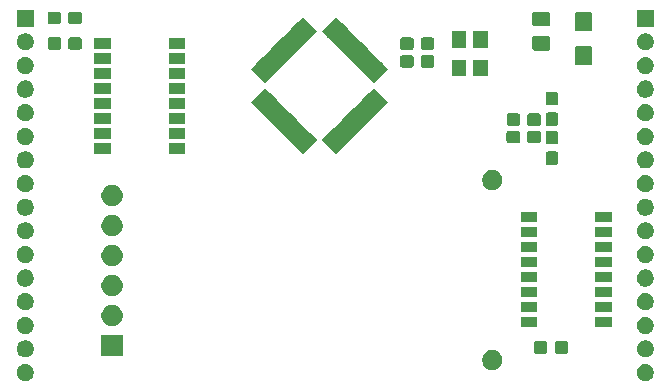
<source format=gbr>
G04 #@! TF.GenerationSoftware,KiCad,Pcbnew,(5.1.6)-1*
G04 #@! TF.CreationDate,2020-11-05T08:21:22+01:00*
G04 #@! TF.ProjectId,repl board,7265706c-2062-46f6-9172-642e6b696361,1.05*
G04 #@! TF.SameCoordinates,PX9bbc2a0PY6b31680*
G04 #@! TF.FileFunction,Soldermask,Top*
G04 #@! TF.FilePolarity,Negative*
%FSLAX46Y46*%
G04 Gerber Fmt 4.6, Leading zero omitted, Abs format (unit mm)*
G04 Created by KiCad (PCBNEW (5.1.6)-1) date 2020-11-05 08:21:22*
%MOMM*%
%LPD*%
G01*
G04 APERTURE LIST*
%ADD10C,0.100000*%
G04 APERTURE END LIST*
D10*
G36*
X54211766Y1798101D02*
G01*
X54343888Y1743374D01*
X54343890Y1743373D01*
X54462798Y1663921D01*
X54563921Y1562798D01*
X54563922Y1562796D01*
X54643374Y1443888D01*
X54698101Y1311766D01*
X54726000Y1171506D01*
X54726000Y1028494D01*
X54698101Y888234D01*
X54643374Y756112D01*
X54643373Y756110D01*
X54563921Y637202D01*
X54462798Y536079D01*
X54343890Y456627D01*
X54343889Y456626D01*
X54343888Y456626D01*
X54211766Y401899D01*
X54071506Y374000D01*
X53928494Y374000D01*
X53788234Y401899D01*
X53656112Y456626D01*
X53656111Y456626D01*
X53656110Y456627D01*
X53537202Y536079D01*
X53436079Y637202D01*
X53356627Y756110D01*
X53356626Y756112D01*
X53301899Y888234D01*
X53274000Y1028494D01*
X53274000Y1171506D01*
X53301899Y1311766D01*
X53356626Y1443888D01*
X53436078Y1562796D01*
X53436079Y1562798D01*
X53537202Y1663921D01*
X53656110Y1743373D01*
X53656112Y1743374D01*
X53788234Y1798101D01*
X53928494Y1826000D01*
X54071506Y1826000D01*
X54211766Y1798101D01*
G37*
G36*
X1711766Y1798101D02*
G01*
X1843888Y1743374D01*
X1843890Y1743373D01*
X1962798Y1663921D01*
X2063921Y1562798D01*
X2063922Y1562796D01*
X2143374Y1443888D01*
X2198101Y1311766D01*
X2226000Y1171506D01*
X2226000Y1028494D01*
X2198101Y888234D01*
X2143374Y756112D01*
X2143373Y756110D01*
X2063921Y637202D01*
X1962798Y536079D01*
X1843890Y456627D01*
X1843889Y456626D01*
X1843888Y456626D01*
X1711766Y401899D01*
X1571506Y374000D01*
X1428494Y374000D01*
X1288234Y401899D01*
X1156112Y456626D01*
X1156111Y456626D01*
X1156110Y456627D01*
X1037202Y536079D01*
X936079Y637202D01*
X856627Y756110D01*
X856626Y756112D01*
X801899Y888234D01*
X774000Y1028494D01*
X774000Y1171506D01*
X801899Y1311766D01*
X856626Y1443888D01*
X936078Y1562796D01*
X936079Y1562798D01*
X1037202Y1663921D01*
X1156110Y1743373D01*
X1156112Y1743374D01*
X1288234Y1798101D01*
X1428494Y1826000D01*
X1571506Y1826000D01*
X1711766Y1798101D01*
G37*
G36*
X41291228Y2982297D02*
G01*
X41446100Y2918147D01*
X41585481Y2825015D01*
X41704015Y2706481D01*
X41797147Y2567100D01*
X41861297Y2412228D01*
X41894000Y2247816D01*
X41894000Y2080184D01*
X41861297Y1915772D01*
X41797147Y1760900D01*
X41704015Y1621519D01*
X41585481Y1502985D01*
X41446100Y1409853D01*
X41291228Y1345703D01*
X41126816Y1313000D01*
X40959184Y1313000D01*
X40794772Y1345703D01*
X40639900Y1409853D01*
X40500519Y1502985D01*
X40381985Y1621519D01*
X40288853Y1760900D01*
X40224703Y1915772D01*
X40192000Y2080184D01*
X40192000Y2247816D01*
X40224703Y2412228D01*
X40288853Y2567100D01*
X40381985Y2706481D01*
X40500519Y2825015D01*
X40639900Y2918147D01*
X40794772Y2982297D01*
X40959184Y3015000D01*
X41126816Y3015000D01*
X41291228Y2982297D01*
G37*
G36*
X54211766Y3798101D02*
G01*
X54325477Y3751000D01*
X54343890Y3743373D01*
X54462798Y3663921D01*
X54563921Y3562798D01*
X54643373Y3443890D01*
X54643374Y3443888D01*
X54698101Y3311766D01*
X54726000Y3171506D01*
X54726000Y3028494D01*
X54698101Y2888234D01*
X54644219Y2758153D01*
X54643373Y2756110D01*
X54563921Y2637202D01*
X54462798Y2536079D01*
X54343890Y2456627D01*
X54343889Y2456626D01*
X54343888Y2456626D01*
X54211766Y2401899D01*
X54071506Y2374000D01*
X53928494Y2374000D01*
X53788234Y2401899D01*
X53656112Y2456626D01*
X53656111Y2456626D01*
X53656110Y2456627D01*
X53537202Y2536079D01*
X53436079Y2637202D01*
X53356627Y2756110D01*
X53355781Y2758153D01*
X53301899Y2888234D01*
X53274000Y3028494D01*
X53274000Y3171506D01*
X53301899Y3311766D01*
X53356626Y3443888D01*
X53356627Y3443890D01*
X53436079Y3562798D01*
X53537202Y3663921D01*
X53656110Y3743373D01*
X53674523Y3751000D01*
X53788234Y3798101D01*
X53928494Y3826000D01*
X54071506Y3826000D01*
X54211766Y3798101D01*
G37*
G36*
X1711766Y3798101D02*
G01*
X1825477Y3751000D01*
X1843890Y3743373D01*
X1962798Y3663921D01*
X2063921Y3562798D01*
X2143373Y3443890D01*
X2143374Y3443888D01*
X2198101Y3311766D01*
X2226000Y3171506D01*
X2226000Y3028494D01*
X2198101Y2888234D01*
X2144219Y2758153D01*
X2143373Y2756110D01*
X2063921Y2637202D01*
X1962798Y2536079D01*
X1843890Y2456627D01*
X1843889Y2456626D01*
X1843888Y2456626D01*
X1711766Y2401899D01*
X1571506Y2374000D01*
X1428494Y2374000D01*
X1288234Y2401899D01*
X1156112Y2456626D01*
X1156111Y2456626D01*
X1156110Y2456627D01*
X1037202Y2536079D01*
X936079Y2637202D01*
X856627Y2756110D01*
X855781Y2758153D01*
X801899Y2888234D01*
X774000Y3028494D01*
X774000Y3171506D01*
X801899Y3311766D01*
X856626Y3443888D01*
X856627Y3443890D01*
X936079Y3562798D01*
X1037202Y3663921D01*
X1156110Y3743373D01*
X1174523Y3751000D01*
X1288234Y3798101D01*
X1428494Y3826000D01*
X1571506Y3826000D01*
X1711766Y3798101D01*
G37*
G36*
X9762200Y2482200D02*
G01*
X7960200Y2482200D01*
X7960200Y4284200D01*
X9762200Y4284200D01*
X9762200Y2482200D01*
G37*
G36*
X45564499Y3746555D02*
G01*
X45601995Y3735180D01*
X45636554Y3716708D01*
X45666847Y3691847D01*
X45691708Y3661554D01*
X45710180Y3626995D01*
X45721555Y3589499D01*
X45726000Y3544362D01*
X45726000Y2905638D01*
X45721555Y2860501D01*
X45710180Y2823005D01*
X45691708Y2788446D01*
X45666847Y2758153D01*
X45636554Y2733292D01*
X45601995Y2714820D01*
X45564499Y2703445D01*
X45519362Y2699000D01*
X44780638Y2699000D01*
X44735501Y2703445D01*
X44698005Y2714820D01*
X44663446Y2733292D01*
X44633153Y2758153D01*
X44608292Y2788446D01*
X44589820Y2823005D01*
X44578445Y2860501D01*
X44574000Y2905638D01*
X44574000Y3544362D01*
X44578445Y3589499D01*
X44589820Y3626995D01*
X44608292Y3661554D01*
X44633153Y3691847D01*
X44663446Y3716708D01*
X44698005Y3735180D01*
X44735501Y3746555D01*
X44780638Y3751000D01*
X45519362Y3751000D01*
X45564499Y3746555D01*
G37*
G36*
X47314499Y3746555D02*
G01*
X47351995Y3735180D01*
X47386554Y3716708D01*
X47416847Y3691847D01*
X47441708Y3661554D01*
X47460180Y3626995D01*
X47471555Y3589499D01*
X47476000Y3544362D01*
X47476000Y2905638D01*
X47471555Y2860501D01*
X47460180Y2823005D01*
X47441708Y2788446D01*
X47416847Y2758153D01*
X47386554Y2733292D01*
X47351995Y2714820D01*
X47314499Y2703445D01*
X47269362Y2699000D01*
X46530638Y2699000D01*
X46485501Y2703445D01*
X46448005Y2714820D01*
X46413446Y2733292D01*
X46383153Y2758153D01*
X46358292Y2788446D01*
X46339820Y2823005D01*
X46328445Y2860501D01*
X46324000Y2905638D01*
X46324000Y3544362D01*
X46328445Y3589499D01*
X46339820Y3626995D01*
X46358292Y3661554D01*
X46383153Y3691847D01*
X46413446Y3716708D01*
X46448005Y3735180D01*
X46485501Y3746555D01*
X46530638Y3751000D01*
X47269362Y3751000D01*
X47314499Y3746555D01*
G37*
G36*
X54211766Y5798101D02*
G01*
X54343888Y5743374D01*
X54343890Y5743373D01*
X54462798Y5663921D01*
X54563921Y5562798D01*
X54608276Y5496416D01*
X54643374Y5443888D01*
X54698101Y5311766D01*
X54726000Y5171506D01*
X54726000Y5028494D01*
X54698101Y4888234D01*
X54643374Y4756112D01*
X54643373Y4756110D01*
X54563921Y4637202D01*
X54462798Y4536079D01*
X54343890Y4456627D01*
X54343889Y4456626D01*
X54343888Y4456626D01*
X54211766Y4401899D01*
X54071506Y4374000D01*
X53928494Y4374000D01*
X53788234Y4401899D01*
X53656112Y4456626D01*
X53656111Y4456626D01*
X53656110Y4456627D01*
X53537202Y4536079D01*
X53436079Y4637202D01*
X53356627Y4756110D01*
X53356626Y4756112D01*
X53301899Y4888234D01*
X53274000Y5028494D01*
X53274000Y5171506D01*
X53301899Y5311766D01*
X53356626Y5443888D01*
X53391724Y5496416D01*
X53436079Y5562798D01*
X53537202Y5663921D01*
X53656110Y5743373D01*
X53656112Y5743374D01*
X53788234Y5798101D01*
X53928494Y5826000D01*
X54071506Y5826000D01*
X54211766Y5798101D01*
G37*
G36*
X1711766Y5798101D02*
G01*
X1843888Y5743374D01*
X1843890Y5743373D01*
X1962798Y5663921D01*
X2063921Y5562798D01*
X2108276Y5496416D01*
X2143374Y5443888D01*
X2198101Y5311766D01*
X2226000Y5171506D01*
X2226000Y5028494D01*
X2198101Y4888234D01*
X2143374Y4756112D01*
X2143373Y4756110D01*
X2063921Y4637202D01*
X1962798Y4536079D01*
X1843890Y4456627D01*
X1843889Y4456626D01*
X1843888Y4456626D01*
X1711766Y4401899D01*
X1571506Y4374000D01*
X1428494Y4374000D01*
X1288234Y4401899D01*
X1156112Y4456626D01*
X1156111Y4456626D01*
X1156110Y4456627D01*
X1037202Y4536079D01*
X936079Y4637202D01*
X856627Y4756110D01*
X856626Y4756112D01*
X801899Y4888234D01*
X774000Y5028494D01*
X774000Y5171506D01*
X801899Y5311766D01*
X856626Y5443888D01*
X891724Y5496416D01*
X936079Y5562798D01*
X1037202Y5663921D01*
X1156110Y5743373D01*
X1156112Y5743374D01*
X1288234Y5798101D01*
X1428494Y5826000D01*
X1571506Y5826000D01*
X1711766Y5798101D01*
G37*
G36*
X44851000Y4924000D02*
G01*
X43449000Y4924000D01*
X43449000Y5826000D01*
X44851000Y5826000D01*
X44851000Y4924000D01*
G37*
G36*
X51151000Y4924000D02*
G01*
X49749000Y4924000D01*
X49749000Y5826000D01*
X51151000Y5826000D01*
X51151000Y4924000D01*
G37*
G36*
X8974712Y6819273D02*
G01*
X9124012Y6789576D01*
X9287984Y6721656D01*
X9435554Y6623053D01*
X9561053Y6497554D01*
X9659656Y6349984D01*
X9727576Y6186012D01*
X9757273Y6036712D01*
X9762200Y6011942D01*
X9762200Y5834458D01*
X9757273Y5809688D01*
X9727576Y5660388D01*
X9659656Y5496416D01*
X9561053Y5348846D01*
X9435554Y5223347D01*
X9287984Y5124744D01*
X9124012Y5056824D01*
X8981589Y5028495D01*
X8949942Y5022200D01*
X8772458Y5022200D01*
X8740811Y5028495D01*
X8598388Y5056824D01*
X8434416Y5124744D01*
X8286846Y5223347D01*
X8161347Y5348846D01*
X8062744Y5496416D01*
X7994824Y5660388D01*
X7965127Y5809688D01*
X7960200Y5834458D01*
X7960200Y6011942D01*
X7965127Y6036712D01*
X7994824Y6186012D01*
X8062744Y6349984D01*
X8161347Y6497554D01*
X8286846Y6623053D01*
X8434416Y6721656D01*
X8598388Y6789576D01*
X8747688Y6819273D01*
X8772458Y6824200D01*
X8949942Y6824200D01*
X8974712Y6819273D01*
G37*
G36*
X44851000Y6204000D02*
G01*
X43449000Y6204000D01*
X43449000Y7106000D01*
X44851000Y7106000D01*
X44851000Y6204000D01*
G37*
G36*
X51151000Y6204000D02*
G01*
X49749000Y6204000D01*
X49749000Y7106000D01*
X51151000Y7106000D01*
X51151000Y6204000D01*
G37*
G36*
X1711766Y7798101D02*
G01*
X1843888Y7743374D01*
X1843890Y7743373D01*
X1962798Y7663921D01*
X2063921Y7562798D01*
X2129936Y7464000D01*
X2143374Y7443888D01*
X2198101Y7311766D01*
X2226000Y7171506D01*
X2226000Y7028494D01*
X2198101Y6888234D01*
X2171577Y6824200D01*
X2143373Y6756110D01*
X2063921Y6637202D01*
X1962798Y6536079D01*
X1843890Y6456627D01*
X1843889Y6456626D01*
X1843888Y6456626D01*
X1711766Y6401899D01*
X1571506Y6374000D01*
X1428494Y6374000D01*
X1288234Y6401899D01*
X1156112Y6456626D01*
X1156111Y6456626D01*
X1156110Y6456627D01*
X1037202Y6536079D01*
X936079Y6637202D01*
X856627Y6756110D01*
X828423Y6824200D01*
X801899Y6888234D01*
X774000Y7028494D01*
X774000Y7171506D01*
X801899Y7311766D01*
X856626Y7443888D01*
X870064Y7464000D01*
X936079Y7562798D01*
X1037202Y7663921D01*
X1156110Y7743373D01*
X1156112Y7743374D01*
X1288234Y7798101D01*
X1428494Y7826000D01*
X1571506Y7826000D01*
X1711766Y7798101D01*
G37*
G36*
X54211766Y7798101D02*
G01*
X54343888Y7743374D01*
X54343890Y7743373D01*
X54462798Y7663921D01*
X54563921Y7562798D01*
X54629936Y7464000D01*
X54643374Y7443888D01*
X54698101Y7311766D01*
X54726000Y7171506D01*
X54726000Y7028494D01*
X54698101Y6888234D01*
X54671577Y6824200D01*
X54643373Y6756110D01*
X54563921Y6637202D01*
X54462798Y6536079D01*
X54343890Y6456627D01*
X54343889Y6456626D01*
X54343888Y6456626D01*
X54211766Y6401899D01*
X54071506Y6374000D01*
X53928494Y6374000D01*
X53788234Y6401899D01*
X53656112Y6456626D01*
X53656111Y6456626D01*
X53656110Y6456627D01*
X53537202Y6536079D01*
X53436079Y6637202D01*
X53356627Y6756110D01*
X53328423Y6824200D01*
X53301899Y6888234D01*
X53274000Y7028494D01*
X53274000Y7171506D01*
X53301899Y7311766D01*
X53356626Y7443888D01*
X53370064Y7464000D01*
X53436079Y7562798D01*
X53537202Y7663921D01*
X53656110Y7743373D01*
X53656112Y7743374D01*
X53788234Y7798101D01*
X53928494Y7826000D01*
X54071506Y7826000D01*
X54211766Y7798101D01*
G37*
G36*
X44851000Y7464000D02*
G01*
X43449000Y7464000D01*
X43449000Y8366000D01*
X44851000Y8366000D01*
X44851000Y7464000D01*
G37*
G36*
X51151000Y7464000D02*
G01*
X49749000Y7464000D01*
X49749000Y8366000D01*
X51151000Y8366000D01*
X51151000Y7464000D01*
G37*
G36*
X8974712Y9359273D02*
G01*
X9124012Y9329576D01*
X9287984Y9261656D01*
X9435554Y9163053D01*
X9561053Y9037554D01*
X9659656Y8889984D01*
X9727576Y8726012D01*
X9757273Y8576712D01*
X9762200Y8551942D01*
X9762200Y8374458D01*
X9757273Y8349688D01*
X9727576Y8200388D01*
X9659656Y8036416D01*
X9561053Y7888846D01*
X9435554Y7763347D01*
X9287984Y7664744D01*
X9124012Y7596824D01*
X8974712Y7567127D01*
X8949942Y7562200D01*
X8772458Y7562200D01*
X8747688Y7567127D01*
X8598388Y7596824D01*
X8434416Y7664744D01*
X8286846Y7763347D01*
X8161347Y7888846D01*
X8062744Y8036416D01*
X7994824Y8200388D01*
X7965127Y8349688D01*
X7960200Y8374458D01*
X7960200Y8551942D01*
X7965127Y8576712D01*
X7994824Y8726012D01*
X8062744Y8889984D01*
X8161347Y9037554D01*
X8286846Y9163053D01*
X8434416Y9261656D01*
X8598388Y9329576D01*
X8747688Y9359273D01*
X8772458Y9364200D01*
X8949942Y9364200D01*
X8974712Y9359273D01*
G37*
G36*
X54211766Y9798101D02*
G01*
X54343888Y9743374D01*
X54343890Y9743373D01*
X54462798Y9663921D01*
X54563921Y9562798D01*
X54563922Y9562796D01*
X54643374Y9443888D01*
X54698101Y9311766D01*
X54726000Y9171506D01*
X54726000Y9028494D01*
X54698101Y8888234D01*
X54643374Y8756112D01*
X54643373Y8756110D01*
X54563921Y8637202D01*
X54462798Y8536079D01*
X54343890Y8456627D01*
X54343889Y8456626D01*
X54343888Y8456626D01*
X54211766Y8401899D01*
X54071506Y8374000D01*
X53928494Y8374000D01*
X53788234Y8401899D01*
X53656112Y8456626D01*
X53656111Y8456626D01*
X53656110Y8456627D01*
X53537202Y8536079D01*
X53436079Y8637202D01*
X53356627Y8756110D01*
X53356626Y8756112D01*
X53301899Y8888234D01*
X53274000Y9028494D01*
X53274000Y9171506D01*
X53301899Y9311766D01*
X53356626Y9443888D01*
X53436078Y9562796D01*
X53436079Y9562798D01*
X53537202Y9663921D01*
X53656110Y9743373D01*
X53656112Y9743374D01*
X53788234Y9798101D01*
X53928494Y9826000D01*
X54071506Y9826000D01*
X54211766Y9798101D01*
G37*
G36*
X1711766Y9798101D02*
G01*
X1843888Y9743374D01*
X1843890Y9743373D01*
X1962798Y9663921D01*
X2063921Y9562798D01*
X2063922Y9562796D01*
X2143374Y9443888D01*
X2198101Y9311766D01*
X2226000Y9171506D01*
X2226000Y9028494D01*
X2198101Y8888234D01*
X2143374Y8756112D01*
X2143373Y8756110D01*
X2063921Y8637202D01*
X1962798Y8536079D01*
X1843890Y8456627D01*
X1843889Y8456626D01*
X1843888Y8456626D01*
X1711766Y8401899D01*
X1571506Y8374000D01*
X1428494Y8374000D01*
X1288234Y8401899D01*
X1156112Y8456626D01*
X1156111Y8456626D01*
X1156110Y8456627D01*
X1037202Y8536079D01*
X936079Y8637202D01*
X856627Y8756110D01*
X856626Y8756112D01*
X801899Y8888234D01*
X774000Y9028494D01*
X774000Y9171506D01*
X801899Y9311766D01*
X856626Y9443888D01*
X936078Y9562796D01*
X936079Y9562798D01*
X1037202Y9663921D01*
X1156110Y9743373D01*
X1156112Y9743374D01*
X1288234Y9798101D01*
X1428494Y9826000D01*
X1571506Y9826000D01*
X1711766Y9798101D01*
G37*
G36*
X51151000Y8734000D02*
G01*
X49749000Y8734000D01*
X49749000Y9636000D01*
X51151000Y9636000D01*
X51151000Y8734000D01*
G37*
G36*
X44851000Y8734000D02*
G01*
X43449000Y8734000D01*
X43449000Y9636000D01*
X44851000Y9636000D01*
X44851000Y8734000D01*
G37*
G36*
X51151000Y10014000D02*
G01*
X49749000Y10014000D01*
X49749000Y10916000D01*
X51151000Y10916000D01*
X51151000Y10014000D01*
G37*
G36*
X44851000Y10014000D02*
G01*
X43449000Y10014000D01*
X43449000Y10916000D01*
X44851000Y10916000D01*
X44851000Y10014000D01*
G37*
G36*
X8974712Y11899273D02*
G01*
X9124012Y11869576D01*
X9287984Y11801656D01*
X9435554Y11703053D01*
X9561053Y11577554D01*
X9659656Y11429984D01*
X9727576Y11266012D01*
X9762200Y11091941D01*
X9762200Y10914459D01*
X9727576Y10740388D01*
X9659656Y10576416D01*
X9561053Y10428846D01*
X9435554Y10303347D01*
X9287984Y10204744D01*
X9124012Y10136824D01*
X8974712Y10107127D01*
X8949942Y10102200D01*
X8772458Y10102200D01*
X8747688Y10107127D01*
X8598388Y10136824D01*
X8434416Y10204744D01*
X8286846Y10303347D01*
X8161347Y10428846D01*
X8062744Y10576416D01*
X7994824Y10740388D01*
X7960200Y10914459D01*
X7960200Y11091941D01*
X7994824Y11266012D01*
X8062744Y11429984D01*
X8161347Y11577554D01*
X8286846Y11703053D01*
X8434416Y11801656D01*
X8598388Y11869576D01*
X8747688Y11899273D01*
X8772458Y11904200D01*
X8949942Y11904200D01*
X8974712Y11899273D01*
G37*
G36*
X1711766Y11798101D02*
G01*
X1843888Y11743374D01*
X1843890Y11743373D01*
X1962798Y11663921D01*
X2063921Y11562798D01*
X2063922Y11562796D01*
X2143374Y11443888D01*
X2198101Y11311766D01*
X2226000Y11171506D01*
X2226000Y11028494D01*
X2198101Y10888234D01*
X2143374Y10756112D01*
X2143373Y10756110D01*
X2063921Y10637202D01*
X1962798Y10536079D01*
X1843890Y10456627D01*
X1843889Y10456626D01*
X1843888Y10456626D01*
X1711766Y10401899D01*
X1571506Y10374000D01*
X1428494Y10374000D01*
X1288234Y10401899D01*
X1156112Y10456626D01*
X1156111Y10456626D01*
X1156110Y10456627D01*
X1037202Y10536079D01*
X936079Y10637202D01*
X856627Y10756110D01*
X856626Y10756112D01*
X801899Y10888234D01*
X774000Y11028494D01*
X774000Y11171506D01*
X801899Y11311766D01*
X856626Y11443888D01*
X936078Y11562796D01*
X936079Y11562798D01*
X1037202Y11663921D01*
X1156110Y11743373D01*
X1156112Y11743374D01*
X1288234Y11798101D01*
X1428494Y11826000D01*
X1571506Y11826000D01*
X1711766Y11798101D01*
G37*
G36*
X54211766Y11798101D02*
G01*
X54343888Y11743374D01*
X54343890Y11743373D01*
X54462798Y11663921D01*
X54563921Y11562798D01*
X54563922Y11562796D01*
X54643374Y11443888D01*
X54698101Y11311766D01*
X54726000Y11171506D01*
X54726000Y11028494D01*
X54698101Y10888234D01*
X54643374Y10756112D01*
X54643373Y10756110D01*
X54563921Y10637202D01*
X54462798Y10536079D01*
X54343890Y10456627D01*
X54343889Y10456626D01*
X54343888Y10456626D01*
X54211766Y10401899D01*
X54071506Y10374000D01*
X53928494Y10374000D01*
X53788234Y10401899D01*
X53656112Y10456626D01*
X53656111Y10456626D01*
X53656110Y10456627D01*
X53537202Y10536079D01*
X53436079Y10637202D01*
X53356627Y10756110D01*
X53356626Y10756112D01*
X53301899Y10888234D01*
X53274000Y11028494D01*
X53274000Y11171506D01*
X53301899Y11311766D01*
X53356626Y11443888D01*
X53436078Y11562796D01*
X53436079Y11562798D01*
X53537202Y11663921D01*
X53656110Y11743373D01*
X53656112Y11743374D01*
X53788234Y11798101D01*
X53928494Y11826000D01*
X54071506Y11826000D01*
X54211766Y11798101D01*
G37*
G36*
X44851000Y11284000D02*
G01*
X43449000Y11284000D01*
X43449000Y12186000D01*
X44851000Y12186000D01*
X44851000Y11284000D01*
G37*
G36*
X51151000Y11284000D02*
G01*
X49749000Y11284000D01*
X49749000Y12186000D01*
X51151000Y12186000D01*
X51151000Y11284000D01*
G37*
G36*
X1711766Y13798101D02*
G01*
X1843888Y13743374D01*
X1843890Y13743373D01*
X1962798Y13663921D01*
X2063921Y13562798D01*
X2141963Y13446000D01*
X2143374Y13443888D01*
X2198101Y13311766D01*
X2226000Y13171506D01*
X2226000Y13028494D01*
X2198101Y12888234D01*
X2143374Y12756112D01*
X2143373Y12756110D01*
X2063921Y12637202D01*
X1962798Y12536079D01*
X1843890Y12456627D01*
X1843889Y12456626D01*
X1843888Y12456626D01*
X1711766Y12401899D01*
X1571506Y12374000D01*
X1428494Y12374000D01*
X1288234Y12401899D01*
X1156112Y12456626D01*
X1156111Y12456626D01*
X1156110Y12456627D01*
X1037202Y12536079D01*
X936079Y12637202D01*
X856627Y12756110D01*
X856626Y12756112D01*
X801899Y12888234D01*
X774000Y13028494D01*
X774000Y13171506D01*
X801899Y13311766D01*
X856626Y13443888D01*
X858037Y13446000D01*
X936079Y13562798D01*
X1037202Y13663921D01*
X1156110Y13743373D01*
X1156112Y13743374D01*
X1288234Y13798101D01*
X1428494Y13826000D01*
X1571506Y13826000D01*
X1711766Y13798101D01*
G37*
G36*
X54211766Y13798101D02*
G01*
X54343888Y13743374D01*
X54343890Y13743373D01*
X54462798Y13663921D01*
X54563921Y13562798D01*
X54641963Y13446000D01*
X54643374Y13443888D01*
X54698101Y13311766D01*
X54726000Y13171506D01*
X54726000Y13028494D01*
X54698101Y12888234D01*
X54643374Y12756112D01*
X54643373Y12756110D01*
X54563921Y12637202D01*
X54462798Y12536079D01*
X54343890Y12456627D01*
X54343889Y12456626D01*
X54343888Y12456626D01*
X54211766Y12401899D01*
X54071506Y12374000D01*
X53928494Y12374000D01*
X53788234Y12401899D01*
X53656112Y12456626D01*
X53656111Y12456626D01*
X53656110Y12456627D01*
X53537202Y12536079D01*
X53436079Y12637202D01*
X53356627Y12756110D01*
X53356626Y12756112D01*
X53301899Y12888234D01*
X53274000Y13028494D01*
X53274000Y13171506D01*
X53301899Y13311766D01*
X53356626Y13443888D01*
X53358037Y13446000D01*
X53436079Y13562798D01*
X53537202Y13663921D01*
X53656110Y13743373D01*
X53656112Y13743374D01*
X53788234Y13798101D01*
X53928494Y13826000D01*
X54071506Y13826000D01*
X54211766Y13798101D01*
G37*
G36*
X51151000Y12544000D02*
G01*
X49749000Y12544000D01*
X49749000Y13446000D01*
X51151000Y13446000D01*
X51151000Y12544000D01*
G37*
G36*
X44851000Y12544000D02*
G01*
X43449000Y12544000D01*
X43449000Y13446000D01*
X44851000Y13446000D01*
X44851000Y12544000D01*
G37*
G36*
X8974712Y14439273D02*
G01*
X9124012Y14409576D01*
X9287984Y14341656D01*
X9435554Y14243053D01*
X9561053Y14117554D01*
X9659656Y13969984D01*
X9727576Y13806012D01*
X9740035Y13743373D01*
X9762200Y13631942D01*
X9762200Y13454458D01*
X9760098Y13443890D01*
X9727576Y13280388D01*
X9659656Y13116416D01*
X9561053Y12968846D01*
X9435554Y12843347D01*
X9287984Y12744744D01*
X9124012Y12676824D01*
X8974712Y12647127D01*
X8949942Y12642200D01*
X8772458Y12642200D01*
X8747688Y12647127D01*
X8598388Y12676824D01*
X8434416Y12744744D01*
X8286846Y12843347D01*
X8161347Y12968846D01*
X8062744Y13116416D01*
X7994824Y13280388D01*
X7962302Y13443890D01*
X7960200Y13454458D01*
X7960200Y13631942D01*
X7982365Y13743373D01*
X7994824Y13806012D01*
X8062744Y13969984D01*
X8161347Y14117554D01*
X8286846Y14243053D01*
X8434416Y14341656D01*
X8598388Y14409576D01*
X8747688Y14439273D01*
X8772458Y14444200D01*
X8949942Y14444200D01*
X8974712Y14439273D01*
G37*
G36*
X44851000Y13824000D02*
G01*
X43449000Y13824000D01*
X43449000Y14726000D01*
X44851000Y14726000D01*
X44851000Y13824000D01*
G37*
G36*
X51151000Y13824000D02*
G01*
X49749000Y13824000D01*
X49749000Y14726000D01*
X51151000Y14726000D01*
X51151000Y13824000D01*
G37*
G36*
X1711766Y15798101D02*
G01*
X1843888Y15743374D01*
X1843890Y15743373D01*
X1962798Y15663921D01*
X2063921Y15562798D01*
X2143373Y15443890D01*
X2143374Y15443888D01*
X2198101Y15311766D01*
X2226000Y15171506D01*
X2226000Y15028494D01*
X2198101Y14888234D01*
X2143374Y14756112D01*
X2143373Y14756110D01*
X2063921Y14637202D01*
X1962798Y14536079D01*
X1843890Y14456627D01*
X1843889Y14456626D01*
X1843888Y14456626D01*
X1711766Y14401899D01*
X1571506Y14374000D01*
X1428494Y14374000D01*
X1288234Y14401899D01*
X1156112Y14456626D01*
X1156111Y14456626D01*
X1156110Y14456627D01*
X1037202Y14536079D01*
X936079Y14637202D01*
X856627Y14756110D01*
X856626Y14756112D01*
X801899Y14888234D01*
X774000Y15028494D01*
X774000Y15171506D01*
X801899Y15311766D01*
X856626Y15443888D01*
X856627Y15443890D01*
X936079Y15562798D01*
X1037202Y15663921D01*
X1156110Y15743373D01*
X1156112Y15743374D01*
X1288234Y15798101D01*
X1428494Y15826000D01*
X1571506Y15826000D01*
X1711766Y15798101D01*
G37*
G36*
X54211766Y15798101D02*
G01*
X54343888Y15743374D01*
X54343890Y15743373D01*
X54462798Y15663921D01*
X54563921Y15562798D01*
X54643373Y15443890D01*
X54643374Y15443888D01*
X54698101Y15311766D01*
X54726000Y15171506D01*
X54726000Y15028494D01*
X54698101Y14888234D01*
X54643374Y14756112D01*
X54643373Y14756110D01*
X54563921Y14637202D01*
X54462798Y14536079D01*
X54343890Y14456627D01*
X54343889Y14456626D01*
X54343888Y14456626D01*
X54211766Y14401899D01*
X54071506Y14374000D01*
X53928494Y14374000D01*
X53788234Y14401899D01*
X53656112Y14456626D01*
X53656111Y14456626D01*
X53656110Y14456627D01*
X53537202Y14536079D01*
X53436079Y14637202D01*
X53356627Y14756110D01*
X53356626Y14756112D01*
X53301899Y14888234D01*
X53274000Y15028494D01*
X53274000Y15171506D01*
X53301899Y15311766D01*
X53356626Y15443888D01*
X53356627Y15443890D01*
X53436079Y15562798D01*
X53537202Y15663921D01*
X53656110Y15743373D01*
X53656112Y15743374D01*
X53788234Y15798101D01*
X53928494Y15826000D01*
X54071506Y15826000D01*
X54211766Y15798101D01*
G37*
G36*
X8974712Y16979273D02*
G01*
X9124012Y16949576D01*
X9287984Y16881656D01*
X9435554Y16783053D01*
X9561053Y16657554D01*
X9659656Y16509984D01*
X9727576Y16346012D01*
X9762200Y16171941D01*
X9762200Y15994459D01*
X9727576Y15820388D01*
X9659656Y15656416D01*
X9561053Y15508846D01*
X9435554Y15383347D01*
X9287984Y15284744D01*
X9124012Y15216824D01*
X8974712Y15187127D01*
X8949942Y15182200D01*
X8772458Y15182200D01*
X8747688Y15187127D01*
X8598388Y15216824D01*
X8434416Y15284744D01*
X8286846Y15383347D01*
X8161347Y15508846D01*
X8062744Y15656416D01*
X7994824Y15820388D01*
X7960200Y15994459D01*
X7960200Y16171941D01*
X7994824Y16346012D01*
X8062744Y16509984D01*
X8161347Y16657554D01*
X8286846Y16783053D01*
X8434416Y16881656D01*
X8598388Y16949576D01*
X8747688Y16979273D01*
X8772458Y16984200D01*
X8949942Y16984200D01*
X8974712Y16979273D01*
G37*
G36*
X1711766Y17798101D02*
G01*
X1843888Y17743374D01*
X1843890Y17743373D01*
X1962798Y17663921D01*
X2063921Y17562798D01*
X2114023Y17487815D01*
X2143374Y17443888D01*
X2198101Y17311766D01*
X2226000Y17171506D01*
X2226000Y17028494D01*
X2198101Y16888234D01*
X2154533Y16783053D01*
X2143373Y16756110D01*
X2063921Y16637202D01*
X1962798Y16536079D01*
X1843890Y16456627D01*
X1843889Y16456626D01*
X1843888Y16456626D01*
X1711766Y16401899D01*
X1571506Y16374000D01*
X1428494Y16374000D01*
X1288234Y16401899D01*
X1156112Y16456626D01*
X1156111Y16456626D01*
X1156110Y16456627D01*
X1037202Y16536079D01*
X936079Y16637202D01*
X856627Y16756110D01*
X845467Y16783053D01*
X801899Y16888234D01*
X774000Y17028494D01*
X774000Y17171506D01*
X801899Y17311766D01*
X856626Y17443888D01*
X885977Y17487815D01*
X936079Y17562798D01*
X1037202Y17663921D01*
X1156110Y17743373D01*
X1156112Y17743374D01*
X1288234Y17798101D01*
X1428494Y17826000D01*
X1571506Y17826000D01*
X1711766Y17798101D01*
G37*
G36*
X54211766Y17798101D02*
G01*
X54343888Y17743374D01*
X54343890Y17743373D01*
X54462798Y17663921D01*
X54563921Y17562798D01*
X54614023Y17487815D01*
X54643374Y17443888D01*
X54698101Y17311766D01*
X54726000Y17171506D01*
X54726000Y17028494D01*
X54698101Y16888234D01*
X54654533Y16783053D01*
X54643373Y16756110D01*
X54563921Y16637202D01*
X54462798Y16536079D01*
X54343890Y16456627D01*
X54343889Y16456626D01*
X54343888Y16456626D01*
X54211766Y16401899D01*
X54071506Y16374000D01*
X53928494Y16374000D01*
X53788234Y16401899D01*
X53656112Y16456626D01*
X53656111Y16456626D01*
X53656110Y16456627D01*
X53537202Y16536079D01*
X53436079Y16637202D01*
X53356627Y16756110D01*
X53345467Y16783053D01*
X53301899Y16888234D01*
X53274000Y17028494D01*
X53274000Y17171506D01*
X53301899Y17311766D01*
X53356626Y17443888D01*
X53385977Y17487815D01*
X53436079Y17562798D01*
X53537202Y17663921D01*
X53656110Y17743373D01*
X53656112Y17743374D01*
X53788234Y17798101D01*
X53928494Y17826000D01*
X54071506Y17826000D01*
X54211766Y17798101D01*
G37*
G36*
X41291228Y18222297D02*
G01*
X41446100Y18158147D01*
X41585481Y18065015D01*
X41704015Y17946481D01*
X41797147Y17807100D01*
X41861297Y17652228D01*
X41894000Y17487816D01*
X41894000Y17320184D01*
X41861297Y17155772D01*
X41797147Y17000900D01*
X41704015Y16861519D01*
X41585481Y16742985D01*
X41446100Y16649853D01*
X41291228Y16585703D01*
X41126816Y16553000D01*
X40959184Y16553000D01*
X40794772Y16585703D01*
X40639900Y16649853D01*
X40500519Y16742985D01*
X40381985Y16861519D01*
X40288853Y17000900D01*
X40224703Y17155772D01*
X40192000Y17320184D01*
X40192000Y17487816D01*
X40224703Y17652228D01*
X40288853Y17807100D01*
X40381985Y17946481D01*
X40500519Y18065015D01*
X40639900Y18158147D01*
X40794772Y18222297D01*
X40959184Y18255000D01*
X41126816Y18255000D01*
X41291228Y18222297D01*
G37*
G36*
X54211766Y19798101D02*
G01*
X54340037Y19744969D01*
X54343890Y19743373D01*
X54462798Y19663921D01*
X54563921Y19562798D01*
X54643373Y19443890D01*
X54643374Y19443888D01*
X54698101Y19311766D01*
X54726000Y19171506D01*
X54726000Y19028494D01*
X54698101Y18888234D01*
X54644755Y18759446D01*
X54643373Y18756110D01*
X54563921Y18637202D01*
X54462798Y18536079D01*
X54343890Y18456627D01*
X54343889Y18456626D01*
X54343888Y18456626D01*
X54211766Y18401899D01*
X54071506Y18374000D01*
X53928494Y18374000D01*
X53788234Y18401899D01*
X53656112Y18456626D01*
X53656111Y18456626D01*
X53656110Y18456627D01*
X53537202Y18536079D01*
X53436079Y18637202D01*
X53356627Y18756110D01*
X53355245Y18759446D01*
X53301899Y18888234D01*
X53274000Y19028494D01*
X53274000Y19171506D01*
X53301899Y19311766D01*
X53356626Y19443888D01*
X53356627Y19443890D01*
X53436079Y19562798D01*
X53537202Y19663921D01*
X53656110Y19743373D01*
X53659963Y19744969D01*
X53788234Y19798101D01*
X53928494Y19826000D01*
X54071506Y19826000D01*
X54211766Y19798101D01*
G37*
G36*
X1711766Y19798101D02*
G01*
X1840037Y19744969D01*
X1843890Y19743373D01*
X1962798Y19663921D01*
X2063921Y19562798D01*
X2143373Y19443890D01*
X2143374Y19443888D01*
X2198101Y19311766D01*
X2226000Y19171506D01*
X2226000Y19028494D01*
X2198101Y18888234D01*
X2144755Y18759446D01*
X2143373Y18756110D01*
X2063921Y18637202D01*
X1962798Y18536079D01*
X1843890Y18456627D01*
X1843889Y18456626D01*
X1843888Y18456626D01*
X1711766Y18401899D01*
X1571506Y18374000D01*
X1428494Y18374000D01*
X1288234Y18401899D01*
X1156112Y18456626D01*
X1156111Y18456626D01*
X1156110Y18456627D01*
X1037202Y18536079D01*
X936079Y18637202D01*
X856627Y18756110D01*
X855245Y18759446D01*
X801899Y18888234D01*
X774000Y19028494D01*
X774000Y19171506D01*
X801899Y19311766D01*
X856626Y19443888D01*
X856627Y19443890D01*
X936079Y19562798D01*
X1037202Y19663921D01*
X1156110Y19743373D01*
X1159963Y19744969D01*
X1288234Y19798101D01*
X1428494Y19826000D01*
X1571506Y19826000D01*
X1711766Y19798101D01*
G37*
G36*
X46459499Y19817555D02*
G01*
X46496995Y19806180D01*
X46531554Y19787708D01*
X46561847Y19762847D01*
X46586708Y19732554D01*
X46605180Y19697995D01*
X46616555Y19660499D01*
X46621000Y19615362D01*
X46621000Y18876638D01*
X46616555Y18831501D01*
X46605180Y18794005D01*
X46586708Y18759446D01*
X46561847Y18729153D01*
X46531554Y18704292D01*
X46496995Y18685820D01*
X46459499Y18674445D01*
X46414362Y18670000D01*
X45775638Y18670000D01*
X45730501Y18674445D01*
X45693005Y18685820D01*
X45658446Y18704292D01*
X45628153Y18729153D01*
X45603292Y18759446D01*
X45584820Y18794005D01*
X45573445Y18831501D01*
X45569000Y18876638D01*
X45569000Y19615362D01*
X45573445Y19660499D01*
X45584820Y19697995D01*
X45603292Y19732554D01*
X45628153Y19762847D01*
X45658446Y19787708D01*
X45693005Y19806180D01*
X45730501Y19817555D01*
X45775638Y19822000D01*
X46414362Y19822000D01*
X46459499Y19817555D01*
G37*
G36*
X32236785Y24008464D02*
G01*
X31775751Y23547430D01*
X31671099Y23442779D01*
X31210065Y22981745D01*
X31105414Y22877093D01*
X28947324Y20719003D01*
X28842672Y20614352D01*
X28381638Y20153318D01*
X28276987Y20048666D01*
X27815953Y19587632D01*
X26612457Y20791128D01*
X27073491Y21252162D01*
X27073492Y21252161D01*
X27089756Y21268425D01*
X27089765Y21268436D01*
X27178143Y21356813D01*
X27178142Y21356814D01*
X27639176Y21817848D01*
X27639177Y21817847D01*
X27727554Y21906225D01*
X27727565Y21906234D01*
X27743829Y21922498D01*
X27743828Y21922499D01*
X28204862Y22383533D01*
X28204863Y22383532D01*
X28293250Y22471920D01*
X28309514Y22488183D01*
X28309513Y22488184D01*
X28770547Y22949218D01*
X28770548Y22949217D01*
X28875200Y23053869D01*
X28875199Y23053870D01*
X29336233Y23514904D01*
X29336234Y23514903D01*
X29424621Y23603291D01*
X29440885Y23619554D01*
X29440884Y23619555D01*
X29901918Y24080589D01*
X29901919Y24080588D01*
X29918183Y24096852D01*
X29918192Y24096863D01*
X30006570Y24185240D01*
X30006569Y24185241D01*
X30467603Y24646275D01*
X30467604Y24646274D01*
X30555981Y24734652D01*
X30555992Y24734661D01*
X30572256Y24750925D01*
X30572255Y24750926D01*
X31033289Y25211960D01*
X32236785Y24008464D01*
G37*
G36*
X22266579Y24750926D02*
G01*
X22266579Y24750925D01*
X22282843Y24734661D01*
X22282849Y24734656D01*
X22371231Y24646274D01*
X22371231Y24646275D01*
X22832265Y24185241D01*
X22832265Y24185240D01*
X22920647Y24096858D01*
X22920652Y24096852D01*
X22936916Y24080588D01*
X22936916Y24080589D01*
X23397950Y23619555D01*
X23397950Y23619554D01*
X23502601Y23514903D01*
X23502601Y23514904D01*
X23963635Y23053870D01*
X23963635Y23053869D01*
X24068287Y22949217D01*
X24068287Y22949218D01*
X24529321Y22488184D01*
X24529321Y22488183D01*
X24633972Y22383532D01*
X24633972Y22383533D01*
X25095006Y21922499D01*
X25095006Y21922498D01*
X25111270Y21906234D01*
X25111276Y21906229D01*
X25199658Y21817847D01*
X25199658Y21817848D01*
X25660692Y21356814D01*
X25660692Y21356813D01*
X25749074Y21268431D01*
X25749079Y21268425D01*
X25765343Y21252161D01*
X25765343Y21252162D01*
X26226377Y20791128D01*
X25022881Y19587632D01*
X24561847Y20048666D01*
X24561848Y20048666D01*
X24473466Y20137048D01*
X24473461Y20137054D01*
X24457197Y20153318D01*
X24457196Y20153318D01*
X23996162Y20614352D01*
X23996163Y20614352D01*
X23979899Y20630616D01*
X23979893Y20630621D01*
X23891511Y20719003D01*
X23891510Y20719003D01*
X23430476Y21180037D01*
X23430477Y21180037D01*
X23325826Y21284688D01*
X23325825Y21284688D01*
X22864791Y21745722D01*
X22864792Y21745722D01*
X22760140Y21850374D01*
X22760139Y21850374D01*
X22299105Y22311408D01*
X22299106Y22311408D01*
X22194455Y22416059D01*
X22194454Y22416059D01*
X21733420Y22877093D01*
X21733421Y22877093D01*
X21645039Y22965475D01*
X21645034Y22965481D01*
X21628770Y22981745D01*
X21628769Y22981745D01*
X21167735Y23442779D01*
X21167736Y23442779D01*
X21151472Y23459043D01*
X21151466Y23459048D01*
X21063084Y23547430D01*
X21063083Y23547430D01*
X20602049Y24008464D01*
X21805545Y25211960D01*
X22266579Y24750926D01*
G37*
G36*
X15049000Y19615000D02*
G01*
X13647000Y19615000D01*
X13647000Y20517000D01*
X15049000Y20517000D01*
X15049000Y19615000D01*
G37*
G36*
X8749000Y19615000D02*
G01*
X7347000Y19615000D01*
X7347000Y20517000D01*
X8749000Y20517000D01*
X8749000Y19615000D01*
G37*
G36*
X54211766Y21798101D02*
G01*
X54338219Y21745722D01*
X54343890Y21743373D01*
X54462798Y21663921D01*
X54563921Y21562798D01*
X54640630Y21447995D01*
X54643374Y21443888D01*
X54698101Y21311766D01*
X54726000Y21171506D01*
X54726000Y21028494D01*
X54698101Y20888234D01*
X54657878Y20791128D01*
X54643373Y20756110D01*
X54563921Y20637202D01*
X54462798Y20536079D01*
X54343890Y20456627D01*
X54343889Y20456626D01*
X54343888Y20456626D01*
X54211766Y20401899D01*
X54071506Y20374000D01*
X53928494Y20374000D01*
X53788234Y20401899D01*
X53656112Y20456626D01*
X53656111Y20456626D01*
X53656110Y20456627D01*
X53537202Y20536079D01*
X53436079Y20637202D01*
X53356627Y20756110D01*
X53342122Y20791128D01*
X53301899Y20888234D01*
X53274000Y21028494D01*
X53274000Y21171506D01*
X53301899Y21311766D01*
X53356626Y21443888D01*
X53359370Y21447995D01*
X53436079Y21562798D01*
X53537202Y21663921D01*
X53656110Y21743373D01*
X53661781Y21745722D01*
X53788234Y21798101D01*
X53928494Y21826000D01*
X54071506Y21826000D01*
X54211766Y21798101D01*
G37*
G36*
X1711766Y21798101D02*
G01*
X1838219Y21745722D01*
X1843890Y21743373D01*
X1962798Y21663921D01*
X2063921Y21562798D01*
X2140630Y21447995D01*
X2143374Y21443888D01*
X2198101Y21311766D01*
X2226000Y21171506D01*
X2226000Y21028494D01*
X2198101Y20888234D01*
X2157878Y20791128D01*
X2143373Y20756110D01*
X2063921Y20637202D01*
X1962798Y20536079D01*
X1843890Y20456627D01*
X1843889Y20456626D01*
X1843888Y20456626D01*
X1711766Y20401899D01*
X1571506Y20374000D01*
X1428494Y20374000D01*
X1288234Y20401899D01*
X1156112Y20456626D01*
X1156111Y20456626D01*
X1156110Y20456627D01*
X1037202Y20536079D01*
X936079Y20637202D01*
X856627Y20756110D01*
X842122Y20791128D01*
X801899Y20888234D01*
X774000Y21028494D01*
X774000Y21171506D01*
X801899Y21311766D01*
X856626Y21443888D01*
X859370Y21447995D01*
X936079Y21562798D01*
X1037202Y21663921D01*
X1156110Y21743373D01*
X1161781Y21745722D01*
X1288234Y21798101D01*
X1428494Y21826000D01*
X1571506Y21826000D01*
X1711766Y21798101D01*
G37*
G36*
X46459499Y21567555D02*
G01*
X46496995Y21556180D01*
X46531554Y21537708D01*
X46561847Y21512847D01*
X46586708Y21482554D01*
X46605180Y21447995D01*
X46616555Y21410499D01*
X46621000Y21365362D01*
X46621000Y20626638D01*
X46616555Y20581501D01*
X46605180Y20544005D01*
X46586708Y20509446D01*
X46561847Y20479153D01*
X46531554Y20454292D01*
X46496995Y20435820D01*
X46459499Y20424445D01*
X46414362Y20420000D01*
X45775638Y20420000D01*
X45730501Y20424445D01*
X45693005Y20435820D01*
X45658446Y20454292D01*
X45628153Y20479153D01*
X45603292Y20509446D01*
X45584820Y20544005D01*
X45573445Y20581501D01*
X45569000Y20626638D01*
X45569000Y21365362D01*
X45573445Y21410499D01*
X45584820Y21447995D01*
X45603292Y21482554D01*
X45628153Y21512847D01*
X45658446Y21537708D01*
X45693005Y21556180D01*
X45730501Y21567555D01*
X45775638Y21572000D01*
X46414362Y21572000D01*
X46459499Y21567555D01*
G37*
G36*
X43244499Y21562555D02*
G01*
X43281995Y21551180D01*
X43316554Y21532708D01*
X43346847Y21507847D01*
X43371708Y21477554D01*
X43390180Y21442995D01*
X43401555Y21405499D01*
X43406000Y21360362D01*
X43406000Y20721638D01*
X43401555Y20676501D01*
X43390180Y20639005D01*
X43371708Y20604446D01*
X43346847Y20574153D01*
X43316554Y20549292D01*
X43281995Y20530820D01*
X43244499Y20519445D01*
X43199362Y20515000D01*
X42460638Y20515000D01*
X42415501Y20519445D01*
X42378005Y20530820D01*
X42343446Y20549292D01*
X42313153Y20574153D01*
X42288292Y20604446D01*
X42269820Y20639005D01*
X42258445Y20676501D01*
X42254000Y20721638D01*
X42254000Y21360362D01*
X42258445Y21405499D01*
X42269820Y21442995D01*
X42288292Y21477554D01*
X42313153Y21507847D01*
X42343446Y21532708D01*
X42378005Y21551180D01*
X42415501Y21562555D01*
X42460638Y21567000D01*
X43199362Y21567000D01*
X43244499Y21562555D01*
G37*
G36*
X44994499Y21562555D02*
G01*
X45031995Y21551180D01*
X45066554Y21532708D01*
X45096847Y21507847D01*
X45121708Y21477554D01*
X45140180Y21442995D01*
X45151555Y21405499D01*
X45156000Y21360362D01*
X45156000Y20721638D01*
X45151555Y20676501D01*
X45140180Y20639005D01*
X45121708Y20604446D01*
X45096847Y20574153D01*
X45066554Y20549292D01*
X45031995Y20530820D01*
X44994499Y20519445D01*
X44949362Y20515000D01*
X44210638Y20515000D01*
X44165501Y20519445D01*
X44128005Y20530820D01*
X44093446Y20549292D01*
X44063153Y20574153D01*
X44038292Y20604446D01*
X44019820Y20639005D01*
X44008445Y20676501D01*
X44004000Y20721638D01*
X44004000Y21360362D01*
X44008445Y21405499D01*
X44019820Y21442995D01*
X44038292Y21477554D01*
X44063153Y21507847D01*
X44093446Y21532708D01*
X44128005Y21551180D01*
X44165501Y21562555D01*
X44210638Y21567000D01*
X44949362Y21567000D01*
X44994499Y21562555D01*
G37*
G36*
X15049000Y20895000D02*
G01*
X13647000Y20895000D01*
X13647000Y21797000D01*
X15049000Y21797000D01*
X15049000Y20895000D01*
G37*
G36*
X8749000Y20895000D02*
G01*
X7347000Y20895000D01*
X7347000Y21797000D01*
X8749000Y21797000D01*
X8749000Y20895000D01*
G37*
G36*
X46459499Y23117555D02*
G01*
X46496995Y23106180D01*
X46531554Y23087708D01*
X46561847Y23062847D01*
X46586708Y23032554D01*
X46605180Y22997995D01*
X46616555Y22960499D01*
X46621000Y22915362D01*
X46621000Y22176638D01*
X46616555Y22131501D01*
X46605180Y22094005D01*
X46586708Y22059446D01*
X46561847Y22029153D01*
X46531554Y22004292D01*
X46496995Y21985820D01*
X46459499Y21974445D01*
X46414362Y21970000D01*
X45775638Y21970000D01*
X45730501Y21974445D01*
X45693005Y21985820D01*
X45658446Y22004292D01*
X45628153Y22029153D01*
X45603292Y22059446D01*
X45584820Y22094005D01*
X45573445Y22131501D01*
X45569000Y22176638D01*
X45569000Y22915362D01*
X45573445Y22960499D01*
X45584820Y22997995D01*
X45603292Y23032554D01*
X45628153Y23062847D01*
X45658446Y23087708D01*
X45693005Y23106180D01*
X45730501Y23117555D01*
X45775638Y23122000D01*
X46414362Y23122000D01*
X46459499Y23117555D01*
G37*
G36*
X44999499Y23032555D02*
G01*
X45036995Y23021180D01*
X45071554Y23002708D01*
X45101847Y22977847D01*
X45126708Y22947554D01*
X45145180Y22912995D01*
X45156555Y22875499D01*
X45161000Y22830362D01*
X45161000Y22191638D01*
X45156555Y22146501D01*
X45145180Y22109005D01*
X45126708Y22074446D01*
X45101847Y22044153D01*
X45071554Y22019292D01*
X45036995Y22000820D01*
X44999499Y21989445D01*
X44954362Y21985000D01*
X44215638Y21985000D01*
X44170501Y21989445D01*
X44133005Y22000820D01*
X44098446Y22019292D01*
X44068153Y22044153D01*
X44043292Y22074446D01*
X44024820Y22109005D01*
X44013445Y22146501D01*
X44009000Y22191638D01*
X44009000Y22830362D01*
X44013445Y22875499D01*
X44024820Y22912995D01*
X44043292Y22947554D01*
X44068153Y22977847D01*
X44098446Y23002708D01*
X44133005Y23021180D01*
X44170501Y23032555D01*
X44215638Y23037000D01*
X44954362Y23037000D01*
X44999499Y23032555D01*
G37*
G36*
X43249499Y23032555D02*
G01*
X43286995Y23021180D01*
X43321554Y23002708D01*
X43351847Y22977847D01*
X43376708Y22947554D01*
X43395180Y22912995D01*
X43406555Y22875499D01*
X43411000Y22830362D01*
X43411000Y22191638D01*
X43406555Y22146501D01*
X43395180Y22109005D01*
X43376708Y22074446D01*
X43351847Y22044153D01*
X43321554Y22019292D01*
X43286995Y22000820D01*
X43249499Y21989445D01*
X43204362Y21985000D01*
X42465638Y21985000D01*
X42420501Y21989445D01*
X42383005Y22000820D01*
X42348446Y22019292D01*
X42318153Y22044153D01*
X42293292Y22074446D01*
X42274820Y22109005D01*
X42263445Y22146501D01*
X42259000Y22191638D01*
X42259000Y22830362D01*
X42263445Y22875499D01*
X42274820Y22912995D01*
X42293292Y22947554D01*
X42318153Y22977847D01*
X42348446Y23002708D01*
X42383005Y23021180D01*
X42420501Y23032555D01*
X42465638Y23037000D01*
X43204362Y23037000D01*
X43249499Y23032555D01*
G37*
G36*
X8749000Y22155000D02*
G01*
X7347000Y22155000D01*
X7347000Y23057000D01*
X8749000Y23057000D01*
X8749000Y22155000D01*
G37*
G36*
X15049000Y22155000D02*
G01*
X13647000Y22155000D01*
X13647000Y23057000D01*
X15049000Y23057000D01*
X15049000Y22155000D01*
G37*
G36*
X1711766Y23798101D02*
G01*
X1843888Y23743374D01*
X1843890Y23743373D01*
X1962798Y23663921D01*
X2063921Y23562798D01*
X2133248Y23459043D01*
X2143374Y23443888D01*
X2198101Y23311766D01*
X2226000Y23171506D01*
X2226000Y23028494D01*
X2198101Y22888234D01*
X2172036Y22825309D01*
X2143373Y22756110D01*
X2063921Y22637202D01*
X1962798Y22536079D01*
X1843890Y22456627D01*
X1843889Y22456626D01*
X1843888Y22456626D01*
X1711766Y22401899D01*
X1571506Y22374000D01*
X1428494Y22374000D01*
X1288234Y22401899D01*
X1156112Y22456626D01*
X1156111Y22456626D01*
X1156110Y22456627D01*
X1037202Y22536079D01*
X936079Y22637202D01*
X856627Y22756110D01*
X827964Y22825309D01*
X801899Y22888234D01*
X774000Y23028494D01*
X774000Y23171506D01*
X801899Y23311766D01*
X856626Y23443888D01*
X866752Y23459043D01*
X936079Y23562798D01*
X1037202Y23663921D01*
X1156110Y23743373D01*
X1156112Y23743374D01*
X1288234Y23798101D01*
X1428494Y23826000D01*
X1571506Y23826000D01*
X1711766Y23798101D01*
G37*
G36*
X54211766Y23798101D02*
G01*
X54343888Y23743374D01*
X54343890Y23743373D01*
X54462798Y23663921D01*
X54563921Y23562798D01*
X54633248Y23459043D01*
X54643374Y23443888D01*
X54698101Y23311766D01*
X54726000Y23171506D01*
X54726000Y23028494D01*
X54698101Y22888234D01*
X54672036Y22825309D01*
X54643373Y22756110D01*
X54563921Y22637202D01*
X54462798Y22536079D01*
X54343890Y22456627D01*
X54343889Y22456626D01*
X54343888Y22456626D01*
X54211766Y22401899D01*
X54071506Y22374000D01*
X53928494Y22374000D01*
X53788234Y22401899D01*
X53656112Y22456626D01*
X53656111Y22456626D01*
X53656110Y22456627D01*
X53537202Y22536079D01*
X53436079Y22637202D01*
X53356627Y22756110D01*
X53327964Y22825309D01*
X53301899Y22888234D01*
X53274000Y23028494D01*
X53274000Y23171506D01*
X53301899Y23311766D01*
X53356626Y23443888D01*
X53366752Y23459043D01*
X53436079Y23562798D01*
X53537202Y23663921D01*
X53656110Y23743373D01*
X53656112Y23743374D01*
X53788234Y23798101D01*
X53928494Y23826000D01*
X54071506Y23826000D01*
X54211766Y23798101D01*
G37*
G36*
X8749000Y23425000D02*
G01*
X7347000Y23425000D01*
X7347000Y24327000D01*
X8749000Y24327000D01*
X8749000Y23425000D01*
G37*
G36*
X15049000Y23425000D02*
G01*
X13647000Y23425000D01*
X13647000Y24327000D01*
X15049000Y24327000D01*
X15049000Y23425000D01*
G37*
G36*
X46459499Y24867555D02*
G01*
X46496995Y24856180D01*
X46531554Y24837708D01*
X46561847Y24812847D01*
X46586708Y24782554D01*
X46605180Y24747995D01*
X46616555Y24710499D01*
X46621000Y24665362D01*
X46621000Y23926638D01*
X46616555Y23881501D01*
X46605180Y23844005D01*
X46586708Y23809446D01*
X46561847Y23779153D01*
X46531554Y23754292D01*
X46496995Y23735820D01*
X46459499Y23724445D01*
X46414362Y23720000D01*
X45775638Y23720000D01*
X45730501Y23724445D01*
X45693005Y23735820D01*
X45658446Y23754292D01*
X45628153Y23779153D01*
X45603292Y23809446D01*
X45584820Y23844005D01*
X45573445Y23881501D01*
X45569000Y23926638D01*
X45569000Y24665362D01*
X45573445Y24710499D01*
X45584820Y24747995D01*
X45603292Y24782554D01*
X45628153Y24812847D01*
X45658446Y24837708D01*
X45693005Y24856180D01*
X45730501Y24867555D01*
X45775638Y24872000D01*
X46414362Y24872000D01*
X46459499Y24867555D01*
G37*
G36*
X54211766Y25798101D02*
G01*
X54343888Y25743374D01*
X54343890Y25743373D01*
X54462798Y25663921D01*
X54563921Y25562798D01*
X54563922Y25562796D01*
X54643374Y25443888D01*
X54698101Y25311766D01*
X54726000Y25171506D01*
X54726000Y25028494D01*
X54698101Y24888234D01*
X54643374Y24756112D01*
X54643373Y24756110D01*
X54563921Y24637202D01*
X54462798Y24536079D01*
X54343890Y24456627D01*
X54343889Y24456626D01*
X54343888Y24456626D01*
X54211766Y24401899D01*
X54071506Y24374000D01*
X53928494Y24374000D01*
X53788234Y24401899D01*
X53656112Y24456626D01*
X53656111Y24456626D01*
X53656110Y24456627D01*
X53537202Y24536079D01*
X53436079Y24637202D01*
X53356627Y24756110D01*
X53356626Y24756112D01*
X53301899Y24888234D01*
X53274000Y25028494D01*
X53274000Y25171506D01*
X53301899Y25311766D01*
X53356626Y25443888D01*
X53436078Y25562796D01*
X53436079Y25562798D01*
X53537202Y25663921D01*
X53656110Y25743373D01*
X53656112Y25743374D01*
X53788234Y25798101D01*
X53928494Y25826000D01*
X54071506Y25826000D01*
X54211766Y25798101D01*
G37*
G36*
X1711766Y25798101D02*
G01*
X1843888Y25743374D01*
X1843890Y25743373D01*
X1962798Y25663921D01*
X2063921Y25562798D01*
X2063922Y25562796D01*
X2143374Y25443888D01*
X2198101Y25311766D01*
X2226000Y25171506D01*
X2226000Y25028494D01*
X2198101Y24888234D01*
X2143374Y24756112D01*
X2143373Y24756110D01*
X2063921Y24637202D01*
X1962798Y24536079D01*
X1843890Y24456627D01*
X1843889Y24456626D01*
X1843888Y24456626D01*
X1711766Y24401899D01*
X1571506Y24374000D01*
X1428494Y24374000D01*
X1288234Y24401899D01*
X1156112Y24456626D01*
X1156111Y24456626D01*
X1156110Y24456627D01*
X1037202Y24536079D01*
X936079Y24637202D01*
X856627Y24756110D01*
X856626Y24756112D01*
X801899Y24888234D01*
X774000Y25028494D01*
X774000Y25171506D01*
X801899Y25311766D01*
X856626Y25443888D01*
X936078Y25562796D01*
X936079Y25562798D01*
X1037202Y25663921D01*
X1156110Y25743373D01*
X1156112Y25743374D01*
X1288234Y25798101D01*
X1428494Y25826000D01*
X1571506Y25826000D01*
X1711766Y25798101D01*
G37*
G36*
X15049000Y24705000D02*
G01*
X13647000Y24705000D01*
X13647000Y25607000D01*
X15049000Y25607000D01*
X15049000Y24705000D01*
G37*
G36*
X8749000Y24705000D02*
G01*
X7347000Y24705000D01*
X7347000Y25607000D01*
X8749000Y25607000D01*
X8749000Y24705000D01*
G37*
G36*
X26226377Y30018872D02*
G01*
X25749079Y29541574D01*
X25660692Y29453186D01*
X25199658Y28992152D01*
X25111270Y28903765D01*
X24633972Y28426467D01*
X24545584Y28338080D01*
X24529321Y28321816D01*
X23502601Y27295096D01*
X23414213Y27206709D01*
X23397950Y27190445D01*
X22920652Y26713147D01*
X22832265Y26624759D01*
X22371231Y26163725D01*
X22282843Y26075338D01*
X21805545Y25598040D01*
X20602049Y26801536D01*
X21063083Y27262570D01*
X21063084Y27262569D01*
X21151461Y27350947D01*
X21151472Y27350956D01*
X21167736Y27367220D01*
X21167735Y27367221D01*
X21628769Y27828255D01*
X21628770Y27828254D01*
X21645034Y27844518D01*
X21645043Y27844529D01*
X21733421Y27932906D01*
X21733420Y27932907D01*
X22194454Y28393941D01*
X22194455Y28393940D01*
X22299106Y28498591D01*
X22299105Y28498592D01*
X22760139Y28959626D01*
X22760140Y28959625D01*
X22864792Y29064277D01*
X22864791Y29064278D01*
X23325825Y29525312D01*
X23325826Y29525311D01*
X23430477Y29629962D01*
X23430476Y29629963D01*
X23891510Y30090997D01*
X23891511Y30090996D01*
X23979888Y30179374D01*
X23979899Y30179383D01*
X23996163Y30195647D01*
X23996162Y30195648D01*
X24457196Y30656682D01*
X24457197Y30656681D01*
X24473461Y30672945D01*
X24473470Y30672956D01*
X24561848Y30761333D01*
X24561847Y30761334D01*
X25022881Y31222368D01*
X26226377Y30018872D01*
G37*
G36*
X28276987Y30761334D02*
G01*
X28276987Y30761333D01*
X28365369Y30672951D01*
X28365374Y30672945D01*
X28381638Y30656681D01*
X28381638Y30656682D01*
X28842672Y30195648D01*
X28842672Y30195647D01*
X28858936Y30179383D01*
X28858942Y30179378D01*
X28947324Y30090996D01*
X28947324Y30090997D01*
X29408358Y29629963D01*
X29408358Y29629962D01*
X29513009Y29525311D01*
X29513009Y29525312D01*
X29974043Y29064278D01*
X29974043Y29064277D01*
X30078695Y28959625D01*
X30078695Y28959626D01*
X30539729Y28498592D01*
X30539729Y28498591D01*
X30644380Y28393940D01*
X30644380Y28393941D01*
X31105414Y27932907D01*
X31105414Y27932906D01*
X31193796Y27844524D01*
X31193801Y27844518D01*
X31210065Y27828254D01*
X31210065Y27828255D01*
X31671099Y27367221D01*
X31671099Y27367220D01*
X31687363Y27350956D01*
X31687369Y27350951D01*
X31775751Y27262569D01*
X31775751Y27262570D01*
X32236785Y26801536D01*
X31033289Y25598040D01*
X30572255Y26059074D01*
X30572256Y26059074D01*
X30555992Y26075338D01*
X30555986Y26075343D01*
X30467604Y26163725D01*
X30467603Y26163725D01*
X30006569Y26624759D01*
X30006570Y26624759D01*
X29918188Y26713141D01*
X29918183Y26713147D01*
X29901919Y26729411D01*
X29901918Y26729411D01*
X29440884Y27190445D01*
X29440885Y27190445D01*
X29336234Y27295096D01*
X29336233Y27295096D01*
X28875199Y27756130D01*
X28875200Y27756130D01*
X28770548Y27860782D01*
X28770547Y27860782D01*
X28309513Y28321816D01*
X28309514Y28321816D01*
X28204863Y28426467D01*
X28204862Y28426467D01*
X27743828Y28887501D01*
X27743829Y28887501D01*
X27727565Y28903765D01*
X27727559Y28903770D01*
X27639177Y28992152D01*
X27639176Y28992152D01*
X27178142Y29453186D01*
X27178143Y29453186D01*
X27089761Y29541568D01*
X27089756Y29541574D01*
X27073492Y29557838D01*
X27073491Y29557838D01*
X26612457Y30018872D01*
X27815953Y31222368D01*
X28276987Y30761334D01*
G37*
G36*
X15049000Y25975000D02*
G01*
X13647000Y25975000D01*
X13647000Y26877000D01*
X15049000Y26877000D01*
X15049000Y25975000D01*
G37*
G36*
X8749000Y25975000D02*
G01*
X7347000Y25975000D01*
X7347000Y26877000D01*
X8749000Y26877000D01*
X8749000Y25975000D01*
G37*
G36*
X38829000Y26171000D02*
G01*
X37627000Y26171000D01*
X37627000Y27573000D01*
X38829000Y27573000D01*
X38829000Y26171000D01*
G37*
G36*
X40649000Y26171000D02*
G01*
X39447000Y26171000D01*
X39447000Y27573000D01*
X40649000Y27573000D01*
X40649000Y26171000D01*
G37*
G36*
X54211766Y27798101D02*
G01*
X54313092Y27756130D01*
X54343890Y27743373D01*
X54462798Y27663921D01*
X54563921Y27562798D01*
X54563922Y27562796D01*
X54643374Y27443888D01*
X54698101Y27311766D01*
X54726000Y27171506D01*
X54726000Y27028494D01*
X54698101Y26888234D01*
X54662189Y26801536D01*
X54643373Y26756110D01*
X54563921Y26637202D01*
X54462798Y26536079D01*
X54343890Y26456627D01*
X54343889Y26456626D01*
X54343888Y26456626D01*
X54211766Y26401899D01*
X54071506Y26374000D01*
X53928494Y26374000D01*
X53788234Y26401899D01*
X53656112Y26456626D01*
X53656111Y26456626D01*
X53656110Y26456627D01*
X53537202Y26536079D01*
X53436079Y26637202D01*
X53356627Y26756110D01*
X53337811Y26801536D01*
X53301899Y26888234D01*
X53274000Y27028494D01*
X53274000Y27171506D01*
X53301899Y27311766D01*
X53356626Y27443888D01*
X53436078Y27562796D01*
X53436079Y27562798D01*
X53537202Y27663921D01*
X53656110Y27743373D01*
X53686908Y27756130D01*
X53788234Y27798101D01*
X53928494Y27826000D01*
X54071506Y27826000D01*
X54211766Y27798101D01*
G37*
G36*
X1711766Y27798101D02*
G01*
X1813092Y27756130D01*
X1843890Y27743373D01*
X1962798Y27663921D01*
X2063921Y27562798D01*
X2063922Y27562796D01*
X2143374Y27443888D01*
X2198101Y27311766D01*
X2226000Y27171506D01*
X2226000Y27028494D01*
X2198101Y26888234D01*
X2162189Y26801536D01*
X2143373Y26756110D01*
X2063921Y26637202D01*
X1962798Y26536079D01*
X1843890Y26456627D01*
X1843889Y26456626D01*
X1843888Y26456626D01*
X1711766Y26401899D01*
X1571506Y26374000D01*
X1428494Y26374000D01*
X1288234Y26401899D01*
X1156112Y26456626D01*
X1156111Y26456626D01*
X1156110Y26456627D01*
X1037202Y26536079D01*
X936079Y26637202D01*
X856627Y26756110D01*
X837811Y26801536D01*
X801899Y26888234D01*
X774000Y27028494D01*
X774000Y27171506D01*
X801899Y27311766D01*
X856626Y27443888D01*
X936078Y27562796D01*
X936079Y27562798D01*
X1037202Y27663921D01*
X1156110Y27743373D01*
X1186908Y27756130D01*
X1288234Y27798101D01*
X1428494Y27826000D01*
X1571506Y27826000D01*
X1711766Y27798101D01*
G37*
G36*
X35982499Y27958555D02*
G01*
X36019995Y27947180D01*
X36054554Y27928708D01*
X36084847Y27903847D01*
X36109708Y27873554D01*
X36128180Y27838995D01*
X36139555Y27801499D01*
X36144000Y27756362D01*
X36144000Y27117638D01*
X36139555Y27072501D01*
X36128180Y27035005D01*
X36109708Y27000446D01*
X36084847Y26970153D01*
X36054554Y26945292D01*
X36019995Y26926820D01*
X35982499Y26915445D01*
X35937362Y26911000D01*
X35198638Y26911000D01*
X35153501Y26915445D01*
X35116005Y26926820D01*
X35081446Y26945292D01*
X35051153Y26970153D01*
X35026292Y27000446D01*
X35007820Y27035005D01*
X34996445Y27072501D01*
X34992000Y27117638D01*
X34992000Y27756362D01*
X34996445Y27801499D01*
X35007820Y27838995D01*
X35026292Y27873554D01*
X35051153Y27903847D01*
X35081446Y27928708D01*
X35116005Y27947180D01*
X35153501Y27958555D01*
X35198638Y27963000D01*
X35937362Y27963000D01*
X35982499Y27958555D01*
G37*
G36*
X34232499Y27958555D02*
G01*
X34269995Y27947180D01*
X34304554Y27928708D01*
X34334847Y27903847D01*
X34359708Y27873554D01*
X34378180Y27838995D01*
X34389555Y27801499D01*
X34394000Y27756362D01*
X34394000Y27117638D01*
X34389555Y27072501D01*
X34378180Y27035005D01*
X34359708Y27000446D01*
X34334847Y26970153D01*
X34304554Y26945292D01*
X34269995Y26926820D01*
X34232499Y26915445D01*
X34187362Y26911000D01*
X33448638Y26911000D01*
X33403501Y26915445D01*
X33366005Y26926820D01*
X33331446Y26945292D01*
X33301153Y26970153D01*
X33276292Y27000446D01*
X33257820Y27035005D01*
X33246445Y27072501D01*
X33242000Y27117638D01*
X33242000Y27756362D01*
X33246445Y27801499D01*
X33257820Y27838995D01*
X33276292Y27873554D01*
X33301153Y27903847D01*
X33331446Y27928708D01*
X33366005Y27947180D01*
X33403501Y27958555D01*
X33448638Y27963000D01*
X34187362Y27963000D01*
X34232499Y27958555D01*
G37*
G36*
X49343055Y28776759D02*
G01*
X49378558Y28765989D01*
X49411280Y28748499D01*
X49439961Y28724961D01*
X49463499Y28696280D01*
X49480989Y28663558D01*
X49491759Y28628055D01*
X49496000Y28584990D01*
X49496000Y27300010D01*
X49491759Y27256945D01*
X49480989Y27221442D01*
X49463499Y27188720D01*
X49439961Y27160039D01*
X49411280Y27136501D01*
X49378558Y27119011D01*
X49343055Y27108241D01*
X49299990Y27104000D01*
X48240010Y27104000D01*
X48196945Y27108241D01*
X48161442Y27119011D01*
X48128720Y27136501D01*
X48100039Y27160039D01*
X48076501Y27188720D01*
X48059011Y27221442D01*
X48048241Y27256945D01*
X48044000Y27300010D01*
X48044000Y28584990D01*
X48048241Y28628055D01*
X48059011Y28663558D01*
X48076501Y28696280D01*
X48100039Y28724961D01*
X48128720Y28748499D01*
X48161442Y28765989D01*
X48196945Y28776759D01*
X48240010Y28781000D01*
X49299990Y28781000D01*
X49343055Y28776759D01*
G37*
G36*
X8749000Y27235000D02*
G01*
X7347000Y27235000D01*
X7347000Y28137000D01*
X8749000Y28137000D01*
X8749000Y27235000D01*
G37*
G36*
X15049000Y27235000D02*
G01*
X13647000Y27235000D01*
X13647000Y28137000D01*
X15049000Y28137000D01*
X15049000Y27235000D01*
G37*
G36*
X45778674Y29606535D02*
G01*
X45816367Y29595101D01*
X45851103Y29576534D01*
X45881548Y29551548D01*
X45906534Y29521103D01*
X45925101Y29486367D01*
X45936535Y29448674D01*
X45941000Y29403339D01*
X45941000Y28566661D01*
X45936535Y28521326D01*
X45925101Y28483633D01*
X45906534Y28448897D01*
X45881548Y28418452D01*
X45851103Y28393466D01*
X45816367Y28374899D01*
X45778674Y28363465D01*
X45733339Y28359000D01*
X44646661Y28359000D01*
X44601326Y28363465D01*
X44563633Y28374899D01*
X44528897Y28393466D01*
X44498452Y28418452D01*
X44473466Y28448897D01*
X44454899Y28483633D01*
X44443465Y28521326D01*
X44439000Y28566661D01*
X44439000Y29403339D01*
X44443465Y29448674D01*
X44454899Y29486367D01*
X44473466Y29521103D01*
X44498452Y29551548D01*
X44528897Y29576534D01*
X44563633Y29595101D01*
X44601326Y29606535D01*
X44646661Y29611000D01*
X45733339Y29611000D01*
X45778674Y29606535D01*
G37*
G36*
X1711766Y29798101D02*
G01*
X1843888Y29743374D01*
X1843890Y29743373D01*
X1962798Y29663921D01*
X2063921Y29562798D01*
X2143373Y29443890D01*
X2143374Y29443888D01*
X2198101Y29311766D01*
X2226000Y29171506D01*
X2226000Y29028494D01*
X2198101Y28888234D01*
X2143374Y28756112D01*
X2143373Y28756110D01*
X2063921Y28637202D01*
X1962798Y28536079D01*
X1843890Y28456627D01*
X1843889Y28456626D01*
X1843888Y28456626D01*
X1711766Y28401899D01*
X1571506Y28374000D01*
X1428494Y28374000D01*
X1288234Y28401899D01*
X1156112Y28456626D01*
X1156111Y28456626D01*
X1156110Y28456627D01*
X1037202Y28536079D01*
X936079Y28637202D01*
X856627Y28756110D01*
X856626Y28756112D01*
X801899Y28888234D01*
X774000Y29028494D01*
X774000Y29171506D01*
X801899Y29311766D01*
X856626Y29443888D01*
X856627Y29443890D01*
X936079Y29562798D01*
X1037202Y29663921D01*
X1156110Y29743373D01*
X1156112Y29743374D01*
X1288234Y29798101D01*
X1428494Y29826000D01*
X1571506Y29826000D01*
X1711766Y29798101D01*
G37*
G36*
X54211766Y29798101D02*
G01*
X54343888Y29743374D01*
X54343890Y29743373D01*
X54462798Y29663921D01*
X54563921Y29562798D01*
X54643373Y29443890D01*
X54643374Y29443888D01*
X54698101Y29311766D01*
X54726000Y29171506D01*
X54726000Y29028494D01*
X54698101Y28888234D01*
X54643374Y28756112D01*
X54643373Y28756110D01*
X54563921Y28637202D01*
X54462798Y28536079D01*
X54343890Y28456627D01*
X54343889Y28456626D01*
X54343888Y28456626D01*
X54211766Y28401899D01*
X54071506Y28374000D01*
X53928494Y28374000D01*
X53788234Y28401899D01*
X53656112Y28456626D01*
X53656111Y28456626D01*
X53656110Y28456627D01*
X53537202Y28536079D01*
X53436079Y28637202D01*
X53356627Y28756110D01*
X53356626Y28756112D01*
X53301899Y28888234D01*
X53274000Y29028494D01*
X53274000Y29171506D01*
X53301899Y29311766D01*
X53356626Y29443888D01*
X53356627Y29443890D01*
X53436079Y29562798D01*
X53537202Y29663921D01*
X53656110Y29743373D01*
X53656112Y29743374D01*
X53788234Y29798101D01*
X53928494Y29826000D01*
X54071506Y29826000D01*
X54211766Y29798101D01*
G37*
G36*
X34232499Y29461555D02*
G01*
X34269995Y29450180D01*
X34304554Y29431708D01*
X34334847Y29406847D01*
X34359708Y29376554D01*
X34378180Y29341995D01*
X34389555Y29304499D01*
X34394000Y29259362D01*
X34394000Y28620638D01*
X34389555Y28575501D01*
X34378180Y28538005D01*
X34359708Y28503446D01*
X34334847Y28473153D01*
X34304554Y28448292D01*
X34269995Y28429820D01*
X34232499Y28418445D01*
X34187362Y28414000D01*
X33448638Y28414000D01*
X33403501Y28418445D01*
X33366005Y28429820D01*
X33331446Y28448292D01*
X33301153Y28473153D01*
X33276292Y28503446D01*
X33257820Y28538005D01*
X33246445Y28575501D01*
X33242000Y28620638D01*
X33242000Y29259362D01*
X33246445Y29304499D01*
X33257820Y29341995D01*
X33276292Y29376554D01*
X33301153Y29406847D01*
X33331446Y29431708D01*
X33366005Y29450180D01*
X33403501Y29461555D01*
X33448638Y29466000D01*
X34187362Y29466000D01*
X34232499Y29461555D01*
G37*
G36*
X35982499Y29461555D02*
G01*
X36019995Y29450180D01*
X36054554Y29431708D01*
X36084847Y29406847D01*
X36109708Y29376554D01*
X36128180Y29341995D01*
X36139555Y29304499D01*
X36144000Y29259362D01*
X36144000Y28620638D01*
X36139555Y28575501D01*
X36128180Y28538005D01*
X36109708Y28503446D01*
X36084847Y28473153D01*
X36054554Y28448292D01*
X36019995Y28429820D01*
X35982499Y28418445D01*
X35937362Y28414000D01*
X35198638Y28414000D01*
X35153501Y28418445D01*
X35116005Y28429820D01*
X35081446Y28448292D01*
X35051153Y28473153D01*
X35026292Y28503446D01*
X35007820Y28538005D01*
X34996445Y28575501D01*
X34992000Y28620638D01*
X34992000Y29259362D01*
X34996445Y29304499D01*
X35007820Y29341995D01*
X35026292Y29376554D01*
X35051153Y29406847D01*
X35081446Y29431708D01*
X35116005Y29450180D01*
X35153501Y29461555D01*
X35198638Y29466000D01*
X35937362Y29466000D01*
X35982499Y29461555D01*
G37*
G36*
X4387499Y29482555D02*
G01*
X4424995Y29471180D01*
X4459554Y29452708D01*
X4489847Y29427847D01*
X4514708Y29397554D01*
X4533180Y29362995D01*
X4544555Y29325499D01*
X4549000Y29280362D01*
X4549000Y28641638D01*
X4544555Y28596501D01*
X4533180Y28559005D01*
X4514708Y28524446D01*
X4489847Y28494153D01*
X4459554Y28469292D01*
X4424995Y28450820D01*
X4387499Y28439445D01*
X4342362Y28435000D01*
X3603638Y28435000D01*
X3558501Y28439445D01*
X3521005Y28450820D01*
X3486446Y28469292D01*
X3456153Y28494153D01*
X3431292Y28524446D01*
X3412820Y28559005D01*
X3401445Y28596501D01*
X3397000Y28641638D01*
X3397000Y29280362D01*
X3401445Y29325499D01*
X3412820Y29362995D01*
X3431292Y29397554D01*
X3456153Y29427847D01*
X3486446Y29452708D01*
X3521005Y29471180D01*
X3558501Y29482555D01*
X3603638Y29487000D01*
X4342362Y29487000D01*
X4387499Y29482555D01*
G37*
G36*
X6137499Y29482555D02*
G01*
X6174995Y29471180D01*
X6209554Y29452708D01*
X6239847Y29427847D01*
X6264708Y29397554D01*
X6283180Y29362995D01*
X6294555Y29325499D01*
X6299000Y29280362D01*
X6299000Y28641638D01*
X6294555Y28596501D01*
X6283180Y28559005D01*
X6264708Y28524446D01*
X6239847Y28494153D01*
X6209554Y28469292D01*
X6174995Y28450820D01*
X6137499Y28439445D01*
X6092362Y28435000D01*
X5353638Y28435000D01*
X5308501Y28439445D01*
X5271005Y28450820D01*
X5236446Y28469292D01*
X5206153Y28494153D01*
X5181292Y28524446D01*
X5162820Y28559005D01*
X5151445Y28596501D01*
X5147000Y28641638D01*
X5147000Y29280362D01*
X5151445Y29325499D01*
X5162820Y29362995D01*
X5181292Y29397554D01*
X5206153Y29427847D01*
X5236446Y29452708D01*
X5271005Y29471180D01*
X5308501Y29482555D01*
X5353638Y29487000D01*
X6092362Y29487000D01*
X6137499Y29482555D01*
G37*
G36*
X8749000Y28515000D02*
G01*
X7347000Y28515000D01*
X7347000Y29417000D01*
X8749000Y29417000D01*
X8749000Y28515000D01*
G37*
G36*
X15049000Y28515000D02*
G01*
X13647000Y28515000D01*
X13647000Y29417000D01*
X15049000Y29417000D01*
X15049000Y28515000D01*
G37*
G36*
X40649000Y28571000D02*
G01*
X39447000Y28571000D01*
X39447000Y29973000D01*
X40649000Y29973000D01*
X40649000Y28571000D01*
G37*
G36*
X38829000Y28571000D02*
G01*
X37627000Y28571000D01*
X37627000Y29973000D01*
X38829000Y29973000D01*
X38829000Y28571000D01*
G37*
G36*
X49342798Y31651753D02*
G01*
X49378367Y31640963D01*
X49411139Y31623446D01*
X49439869Y31599869D01*
X49463446Y31571139D01*
X49480963Y31538367D01*
X49491753Y31502798D01*
X49496000Y31459675D01*
X49496000Y30175325D01*
X49491753Y30132202D01*
X49480963Y30096633D01*
X49463446Y30063861D01*
X49439869Y30035131D01*
X49411139Y30011554D01*
X49378367Y29994037D01*
X49342798Y29983247D01*
X49299675Y29979000D01*
X48240325Y29979000D01*
X48197202Y29983247D01*
X48161633Y29994037D01*
X48128861Y30011554D01*
X48100131Y30035131D01*
X48076554Y30063861D01*
X48059037Y30096633D01*
X48048247Y30132202D01*
X48044000Y30175325D01*
X48044000Y31459675D01*
X48048247Y31502798D01*
X48059037Y31538367D01*
X48076554Y31571139D01*
X48100131Y31599869D01*
X48128861Y31623446D01*
X48161633Y31640963D01*
X48197202Y31651753D01*
X48240325Y31656000D01*
X49299675Y31656000D01*
X49342798Y31651753D01*
G37*
G36*
X2226000Y30374000D02*
G01*
X774000Y30374000D01*
X774000Y31826000D01*
X2226000Y31826000D01*
X2226000Y30374000D01*
G37*
G36*
X54726000Y30374000D02*
G01*
X53274000Y30374000D01*
X53274000Y31826000D01*
X54726000Y31826000D01*
X54726000Y30374000D01*
G37*
G36*
X45778674Y31656535D02*
G01*
X45816367Y31645101D01*
X45851103Y31626534D01*
X45881548Y31601548D01*
X45906534Y31571103D01*
X45925101Y31536367D01*
X45936535Y31498674D01*
X45941000Y31453339D01*
X45941000Y30616661D01*
X45936535Y30571326D01*
X45925101Y30533633D01*
X45906534Y30498897D01*
X45881548Y30468452D01*
X45851103Y30443466D01*
X45816367Y30424899D01*
X45778674Y30413465D01*
X45733339Y30409000D01*
X44646661Y30409000D01*
X44601326Y30413465D01*
X44563633Y30424899D01*
X44528897Y30443466D01*
X44498452Y30468452D01*
X44473466Y30498897D01*
X44454899Y30533633D01*
X44443465Y30571326D01*
X44439000Y30616661D01*
X44439000Y31453339D01*
X44443465Y31498674D01*
X44454899Y31536367D01*
X44473466Y31571103D01*
X44498452Y31601548D01*
X44528897Y31626534D01*
X44563633Y31645101D01*
X44601326Y31656535D01*
X44646661Y31661000D01*
X45733339Y31661000D01*
X45778674Y31656535D01*
G37*
G36*
X6137499Y31641555D02*
G01*
X6174995Y31630180D01*
X6209554Y31611708D01*
X6239847Y31586847D01*
X6264708Y31556554D01*
X6283180Y31521995D01*
X6294555Y31484499D01*
X6299000Y31439362D01*
X6299000Y30800638D01*
X6294555Y30755501D01*
X6283180Y30718005D01*
X6264708Y30683446D01*
X6239847Y30653153D01*
X6209554Y30628292D01*
X6174995Y30609820D01*
X6137499Y30598445D01*
X6092362Y30594000D01*
X5353638Y30594000D01*
X5308501Y30598445D01*
X5271005Y30609820D01*
X5236446Y30628292D01*
X5206153Y30653153D01*
X5181292Y30683446D01*
X5162820Y30718005D01*
X5151445Y30755501D01*
X5147000Y30800638D01*
X5147000Y31439362D01*
X5151445Y31484499D01*
X5162820Y31521995D01*
X5181292Y31556554D01*
X5206153Y31586847D01*
X5236446Y31611708D01*
X5271005Y31630180D01*
X5308501Y31641555D01*
X5353638Y31646000D01*
X6092362Y31646000D01*
X6137499Y31641555D01*
G37*
G36*
X4387499Y31641555D02*
G01*
X4424995Y31630180D01*
X4459554Y31611708D01*
X4489847Y31586847D01*
X4514708Y31556554D01*
X4533180Y31521995D01*
X4544555Y31484499D01*
X4549000Y31439362D01*
X4549000Y30800638D01*
X4544555Y30755501D01*
X4533180Y30718005D01*
X4514708Y30683446D01*
X4489847Y30653153D01*
X4459554Y30628292D01*
X4424995Y30609820D01*
X4387499Y30598445D01*
X4342362Y30594000D01*
X3603638Y30594000D01*
X3558501Y30598445D01*
X3521005Y30609820D01*
X3486446Y30628292D01*
X3456153Y30653153D01*
X3431292Y30683446D01*
X3412820Y30718005D01*
X3401445Y30755501D01*
X3397000Y30800638D01*
X3397000Y31439362D01*
X3401445Y31484499D01*
X3412820Y31521995D01*
X3431292Y31556554D01*
X3456153Y31586847D01*
X3486446Y31611708D01*
X3521005Y31630180D01*
X3558501Y31641555D01*
X3603638Y31646000D01*
X4342362Y31646000D01*
X4387499Y31641555D01*
G37*
M02*

</source>
